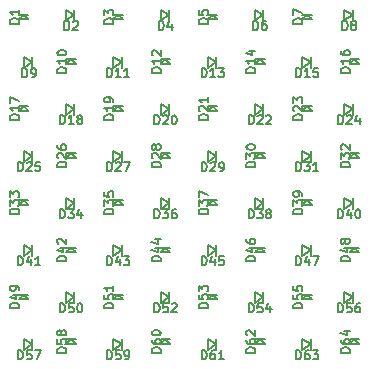
<source format=gto>
G04 (created by PCBNEW (2013-jul-07)-stable) date Mon 22 Dec 2014 11:35:30 AM PST*
%MOIN*%
G04 Gerber Fmt 3.4, Leading zero omitted, Abs format*
%FSLAX34Y34*%
G01*
G70*
G90*
G04 APERTURE LIST*
%ADD10C,0.00590551*%
%ADD11C,0.008*%
%ADD12C,0.005*%
G04 APERTURE END LIST*
G54D10*
G54D11*
X31810Y-31610D02*
X31968Y-31610D01*
X31810Y-31610D02*
X31653Y-31610D01*
X31810Y-31767D02*
X31653Y-31767D01*
X31653Y-31767D02*
X31810Y-31610D01*
X31810Y-31610D02*
X31968Y-31767D01*
X31968Y-31767D02*
X31810Y-31767D01*
X28660Y-31610D02*
X28818Y-31610D01*
X28660Y-31610D02*
X28503Y-31610D01*
X28660Y-31767D02*
X28503Y-31767D01*
X28503Y-31767D02*
X28660Y-31610D01*
X28660Y-31610D02*
X28818Y-31767D01*
X28818Y-31767D02*
X28660Y-31767D01*
X25512Y-31610D02*
X25669Y-31610D01*
X25512Y-31610D02*
X25354Y-31610D01*
X25512Y-31767D02*
X25354Y-31767D01*
X25354Y-31767D02*
X25512Y-31610D01*
X25512Y-31610D02*
X25669Y-31767D01*
X25669Y-31767D02*
X25512Y-31767D01*
X22362Y-31610D02*
X22519Y-31610D01*
X22362Y-31610D02*
X22204Y-31610D01*
X22362Y-31767D02*
X22204Y-31767D01*
X22204Y-31767D02*
X22362Y-31610D01*
X22362Y-31610D02*
X22519Y-31767D01*
X22519Y-31767D02*
X22362Y-31767D01*
X30235Y-30120D02*
X30393Y-30120D01*
X30235Y-30120D02*
X30078Y-30120D01*
X30235Y-30277D02*
X30078Y-30277D01*
X30078Y-30277D02*
X30235Y-30120D01*
X30235Y-30120D02*
X30393Y-30277D01*
X30393Y-30277D02*
X30235Y-30277D01*
X27087Y-30120D02*
X27244Y-30120D01*
X27087Y-30120D02*
X26929Y-30120D01*
X27087Y-30277D02*
X26929Y-30277D01*
X26929Y-30277D02*
X27087Y-30120D01*
X27087Y-30120D02*
X27244Y-30277D01*
X27244Y-30277D02*
X27087Y-30277D01*
X23937Y-30120D02*
X24094Y-30120D01*
X23937Y-30120D02*
X23779Y-30120D01*
X23937Y-30277D02*
X23779Y-30277D01*
X23779Y-30277D02*
X23937Y-30120D01*
X23937Y-30120D02*
X24094Y-30277D01*
X24094Y-30277D02*
X23937Y-30277D01*
X20787Y-30120D02*
X20944Y-30120D01*
X20787Y-30120D02*
X20629Y-30120D01*
X20787Y-30277D02*
X20629Y-30277D01*
X20629Y-30277D02*
X20787Y-30120D01*
X20787Y-30120D02*
X20944Y-30277D01*
X20944Y-30277D02*
X20787Y-30277D01*
X31810Y-28552D02*
X31968Y-28552D01*
X31810Y-28552D02*
X31653Y-28552D01*
X31810Y-28709D02*
X31653Y-28709D01*
X31653Y-28709D02*
X31810Y-28552D01*
X31810Y-28552D02*
X31968Y-28709D01*
X31968Y-28709D02*
X31810Y-28709D01*
X28660Y-28552D02*
X28818Y-28552D01*
X28660Y-28552D02*
X28503Y-28552D01*
X28660Y-28709D02*
X28503Y-28709D01*
X28503Y-28709D02*
X28660Y-28552D01*
X28660Y-28552D02*
X28818Y-28709D01*
X28818Y-28709D02*
X28660Y-28709D01*
X25512Y-28552D02*
X25669Y-28552D01*
X25512Y-28552D02*
X25354Y-28552D01*
X25512Y-28709D02*
X25354Y-28709D01*
X25354Y-28709D02*
X25512Y-28552D01*
X25512Y-28552D02*
X25669Y-28709D01*
X25669Y-28709D02*
X25512Y-28709D01*
X22362Y-28552D02*
X22519Y-28552D01*
X22362Y-28552D02*
X22204Y-28552D01*
X22362Y-28709D02*
X22204Y-28709D01*
X22204Y-28709D02*
X22362Y-28552D01*
X22362Y-28552D02*
X22519Y-28709D01*
X22519Y-28709D02*
X22362Y-28709D01*
X30235Y-26983D02*
X30393Y-26983D01*
X30235Y-26983D02*
X30078Y-26983D01*
X30235Y-27140D02*
X30078Y-27140D01*
X30078Y-27140D02*
X30235Y-26983D01*
X30235Y-26983D02*
X30393Y-27140D01*
X30393Y-27140D02*
X30235Y-27140D01*
X27087Y-26983D02*
X27244Y-26983D01*
X27087Y-26983D02*
X26929Y-26983D01*
X27087Y-27140D02*
X26929Y-27140D01*
X26929Y-27140D02*
X27087Y-26983D01*
X27087Y-26983D02*
X27244Y-27140D01*
X27244Y-27140D02*
X27087Y-27140D01*
X23937Y-26983D02*
X24094Y-26983D01*
X23937Y-26983D02*
X23779Y-26983D01*
X23937Y-27140D02*
X23779Y-27140D01*
X23779Y-27140D02*
X23937Y-26983D01*
X23937Y-26983D02*
X24094Y-27140D01*
X24094Y-27140D02*
X23937Y-27140D01*
X20787Y-26983D02*
X20944Y-26983D01*
X20787Y-26983D02*
X20629Y-26983D01*
X20787Y-27140D02*
X20629Y-27140D01*
X20629Y-27140D02*
X20787Y-26983D01*
X20787Y-26983D02*
X20944Y-27140D01*
X20944Y-27140D02*
X20787Y-27140D01*
X31810Y-25414D02*
X31968Y-25414D01*
X31810Y-25414D02*
X31653Y-25414D01*
X31810Y-25571D02*
X31653Y-25571D01*
X31653Y-25571D02*
X31810Y-25414D01*
X31810Y-25414D02*
X31968Y-25571D01*
X31968Y-25571D02*
X31810Y-25571D01*
X28660Y-25414D02*
X28818Y-25414D01*
X28660Y-25414D02*
X28503Y-25414D01*
X28660Y-25571D02*
X28503Y-25571D01*
X28503Y-25571D02*
X28660Y-25414D01*
X28660Y-25414D02*
X28818Y-25571D01*
X28818Y-25571D02*
X28660Y-25571D01*
X25512Y-25414D02*
X25669Y-25414D01*
X25512Y-25414D02*
X25354Y-25414D01*
X25512Y-25571D02*
X25354Y-25571D01*
X25354Y-25571D02*
X25512Y-25414D01*
X25512Y-25414D02*
X25669Y-25571D01*
X25669Y-25571D02*
X25512Y-25571D01*
X22362Y-25414D02*
X22519Y-25414D01*
X22362Y-25414D02*
X22204Y-25414D01*
X22362Y-25571D02*
X22204Y-25571D01*
X22204Y-25571D02*
X22362Y-25414D01*
X22362Y-25414D02*
X22519Y-25571D01*
X22519Y-25571D02*
X22362Y-25571D01*
X30235Y-23846D02*
X30393Y-23846D01*
X30235Y-23846D02*
X30078Y-23846D01*
X30235Y-24003D02*
X30078Y-24003D01*
X30078Y-24003D02*
X30235Y-23846D01*
X30235Y-23846D02*
X30393Y-24003D01*
X30393Y-24003D02*
X30235Y-24003D01*
X27087Y-23846D02*
X27244Y-23846D01*
X27087Y-23846D02*
X26929Y-23846D01*
X27087Y-24003D02*
X26929Y-24003D01*
X26929Y-24003D02*
X27087Y-23846D01*
X27087Y-23846D02*
X27244Y-24003D01*
X27244Y-24003D02*
X27087Y-24003D01*
X23937Y-23846D02*
X24094Y-23846D01*
X23937Y-23846D02*
X23779Y-23846D01*
X23937Y-24003D02*
X23779Y-24003D01*
X23779Y-24003D02*
X23937Y-23846D01*
X23937Y-23846D02*
X24094Y-24003D01*
X24094Y-24003D02*
X23937Y-24003D01*
X20787Y-23846D02*
X20944Y-23846D01*
X20787Y-23846D02*
X20629Y-23846D01*
X20787Y-24003D02*
X20629Y-24003D01*
X20629Y-24003D02*
X20787Y-23846D01*
X20787Y-23846D02*
X20944Y-24003D01*
X20944Y-24003D02*
X20787Y-24003D01*
X31810Y-22277D02*
X31968Y-22277D01*
X31810Y-22277D02*
X31653Y-22277D01*
X31810Y-22434D02*
X31653Y-22434D01*
X31653Y-22434D02*
X31810Y-22277D01*
X31810Y-22277D02*
X31968Y-22434D01*
X31968Y-22434D02*
X31810Y-22434D01*
X28660Y-22277D02*
X28818Y-22277D01*
X28660Y-22277D02*
X28503Y-22277D01*
X28660Y-22434D02*
X28503Y-22434D01*
X28503Y-22434D02*
X28660Y-22277D01*
X28660Y-22277D02*
X28818Y-22434D01*
X28818Y-22434D02*
X28660Y-22434D01*
X25512Y-22277D02*
X25669Y-22277D01*
X25512Y-22277D02*
X25354Y-22277D01*
X25512Y-22434D02*
X25354Y-22434D01*
X25354Y-22434D02*
X25512Y-22277D01*
X25512Y-22277D02*
X25669Y-22434D01*
X25669Y-22434D02*
X25512Y-22434D01*
X22362Y-22277D02*
X22519Y-22277D01*
X22362Y-22277D02*
X22204Y-22277D01*
X22362Y-22434D02*
X22204Y-22434D01*
X22204Y-22434D02*
X22362Y-22277D01*
X22362Y-22277D02*
X22519Y-22434D01*
X22519Y-22434D02*
X22362Y-22434D01*
X30235Y-20787D02*
X30393Y-20787D01*
X30235Y-20787D02*
X30078Y-20787D01*
X30235Y-20944D02*
X30078Y-20944D01*
X30078Y-20944D02*
X30235Y-20787D01*
X30235Y-20787D02*
X30393Y-20944D01*
X30393Y-20944D02*
X30235Y-20944D01*
X27087Y-20787D02*
X27244Y-20787D01*
X27087Y-20787D02*
X26929Y-20787D01*
X27087Y-20944D02*
X26929Y-20944D01*
X26929Y-20944D02*
X27087Y-20787D01*
X27087Y-20787D02*
X27244Y-20944D01*
X27244Y-20944D02*
X27087Y-20944D01*
X23937Y-20787D02*
X24094Y-20787D01*
X23937Y-20787D02*
X23779Y-20787D01*
X23937Y-20944D02*
X23779Y-20944D01*
X23779Y-20944D02*
X23937Y-20787D01*
X23937Y-20787D02*
X24094Y-20944D01*
X24094Y-20944D02*
X23937Y-20944D01*
X20787Y-20787D02*
X20944Y-20787D01*
X20787Y-20787D02*
X20629Y-20787D01*
X20787Y-20944D02*
X20629Y-20944D01*
X20629Y-20944D02*
X20787Y-20787D01*
X20787Y-20787D02*
X20944Y-20944D01*
X20944Y-20944D02*
X20787Y-20944D01*
X22204Y-20629D02*
X22480Y-20787D01*
X22480Y-20787D02*
X22204Y-20983D01*
X22204Y-20787D02*
X22204Y-20983D01*
X22204Y-20787D02*
X22204Y-20629D01*
X22480Y-20629D02*
X22480Y-20983D01*
X25354Y-20629D02*
X25630Y-20787D01*
X25630Y-20787D02*
X25354Y-20983D01*
X25354Y-20787D02*
X25354Y-20983D01*
X25354Y-20787D02*
X25354Y-20629D01*
X25630Y-20629D02*
X25630Y-20983D01*
X28503Y-20629D02*
X28779Y-20787D01*
X28779Y-20787D02*
X28503Y-20983D01*
X28503Y-20787D02*
X28503Y-20983D01*
X28503Y-20787D02*
X28503Y-20629D01*
X28779Y-20629D02*
X28779Y-20983D01*
X31475Y-20629D02*
X31751Y-20787D01*
X31751Y-20787D02*
X31475Y-20983D01*
X31475Y-20787D02*
X31475Y-20983D01*
X31475Y-20787D02*
X31475Y-20629D01*
X31751Y-20629D02*
X31751Y-20983D01*
X20807Y-22198D02*
X21082Y-22355D01*
X21082Y-22355D02*
X20807Y-22552D01*
X20807Y-22355D02*
X20807Y-22552D01*
X20807Y-22355D02*
X20807Y-22198D01*
X21082Y-22198D02*
X21082Y-22552D01*
X23779Y-22198D02*
X24055Y-22355D01*
X24055Y-22355D02*
X23779Y-22552D01*
X23779Y-22355D02*
X23779Y-22552D01*
X23779Y-22355D02*
X23779Y-22198D01*
X24055Y-22198D02*
X24055Y-22552D01*
X26929Y-22198D02*
X27205Y-22355D01*
X27205Y-22355D02*
X26929Y-22552D01*
X26929Y-22355D02*
X26929Y-22552D01*
X26929Y-22355D02*
X26929Y-22198D01*
X27205Y-22198D02*
X27205Y-22552D01*
X30078Y-22198D02*
X30354Y-22355D01*
X30354Y-22355D02*
X30078Y-22552D01*
X30078Y-22355D02*
X30078Y-22552D01*
X30078Y-22355D02*
X30078Y-22198D01*
X30354Y-22198D02*
X30354Y-22552D01*
X22204Y-23767D02*
X22480Y-23925D01*
X22480Y-23925D02*
X22204Y-24121D01*
X22204Y-23925D02*
X22204Y-24121D01*
X22204Y-23925D02*
X22204Y-23767D01*
X22480Y-23767D02*
X22480Y-24121D01*
X25354Y-23767D02*
X25630Y-23925D01*
X25630Y-23925D02*
X25354Y-24121D01*
X25354Y-23925D02*
X25354Y-24121D01*
X25354Y-23925D02*
X25354Y-23767D01*
X25630Y-23767D02*
X25630Y-24121D01*
X28503Y-23767D02*
X28779Y-23925D01*
X28779Y-23925D02*
X28503Y-24121D01*
X28503Y-23925D02*
X28503Y-24121D01*
X28503Y-23925D02*
X28503Y-23767D01*
X28779Y-23767D02*
X28779Y-24121D01*
X31475Y-23767D02*
X31751Y-23925D01*
X31751Y-23925D02*
X31475Y-24121D01*
X31475Y-23925D02*
X31475Y-24121D01*
X31475Y-23925D02*
X31475Y-23767D01*
X31751Y-23767D02*
X31751Y-24121D01*
X20807Y-25335D02*
X21082Y-25492D01*
X21082Y-25492D02*
X20807Y-25689D01*
X20807Y-25492D02*
X20807Y-25689D01*
X20807Y-25492D02*
X20807Y-25335D01*
X21082Y-25335D02*
X21082Y-25689D01*
X23779Y-25335D02*
X24055Y-25492D01*
X24055Y-25492D02*
X23779Y-25689D01*
X23779Y-25492D02*
X23779Y-25689D01*
X23779Y-25492D02*
X23779Y-25335D01*
X24055Y-25335D02*
X24055Y-25689D01*
X26929Y-25335D02*
X27205Y-25492D01*
X27205Y-25492D02*
X26929Y-25689D01*
X26929Y-25492D02*
X26929Y-25689D01*
X26929Y-25492D02*
X26929Y-25335D01*
X27205Y-25335D02*
X27205Y-25689D01*
X30078Y-25335D02*
X30354Y-25492D01*
X30354Y-25492D02*
X30078Y-25689D01*
X30078Y-25492D02*
X30078Y-25689D01*
X30078Y-25492D02*
X30078Y-25335D01*
X30354Y-25335D02*
X30354Y-25689D01*
X22204Y-26904D02*
X22480Y-27062D01*
X22480Y-27062D02*
X22204Y-27258D01*
X22204Y-27062D02*
X22204Y-27258D01*
X22204Y-27062D02*
X22204Y-26904D01*
X22480Y-26904D02*
X22480Y-27258D01*
X25354Y-26904D02*
X25630Y-27062D01*
X25630Y-27062D02*
X25354Y-27258D01*
X25354Y-27062D02*
X25354Y-27258D01*
X25354Y-27062D02*
X25354Y-26904D01*
X25630Y-26904D02*
X25630Y-27258D01*
X28503Y-26904D02*
X28779Y-27062D01*
X28779Y-27062D02*
X28503Y-27258D01*
X28503Y-27062D02*
X28503Y-27258D01*
X28503Y-27062D02*
X28503Y-26904D01*
X28779Y-26904D02*
X28779Y-27258D01*
X31475Y-26904D02*
X31751Y-27062D01*
X31751Y-27062D02*
X31475Y-27258D01*
X31475Y-27062D02*
X31475Y-27258D01*
X31475Y-27062D02*
X31475Y-26904D01*
X31751Y-26904D02*
X31751Y-27258D01*
X20807Y-28473D02*
X21082Y-28630D01*
X21082Y-28630D02*
X20807Y-28827D01*
X20807Y-28630D02*
X20807Y-28827D01*
X20807Y-28630D02*
X20807Y-28473D01*
X21082Y-28473D02*
X21082Y-28827D01*
X23779Y-28473D02*
X24055Y-28630D01*
X24055Y-28630D02*
X23779Y-28827D01*
X23779Y-28630D02*
X23779Y-28827D01*
X23779Y-28630D02*
X23779Y-28473D01*
X24055Y-28473D02*
X24055Y-28827D01*
X26929Y-28473D02*
X27205Y-28630D01*
X27205Y-28630D02*
X26929Y-28827D01*
X26929Y-28630D02*
X26929Y-28827D01*
X26929Y-28630D02*
X26929Y-28473D01*
X27205Y-28473D02*
X27205Y-28827D01*
X30078Y-28473D02*
X30354Y-28630D01*
X30354Y-28630D02*
X30078Y-28827D01*
X30078Y-28630D02*
X30078Y-28827D01*
X30078Y-28630D02*
X30078Y-28473D01*
X30354Y-28473D02*
X30354Y-28827D01*
X22204Y-30041D02*
X22480Y-30199D01*
X22480Y-30199D02*
X22204Y-30395D01*
X22204Y-30199D02*
X22204Y-30395D01*
X22204Y-30199D02*
X22204Y-30041D01*
X22480Y-30041D02*
X22480Y-30395D01*
X25354Y-30041D02*
X25630Y-30199D01*
X25630Y-30199D02*
X25354Y-30395D01*
X25354Y-30199D02*
X25354Y-30395D01*
X25354Y-30199D02*
X25354Y-30041D01*
X25630Y-30041D02*
X25630Y-30395D01*
X28503Y-30041D02*
X28779Y-30199D01*
X28779Y-30199D02*
X28503Y-30395D01*
X28503Y-30199D02*
X28503Y-30395D01*
X28503Y-30199D02*
X28503Y-30041D01*
X28779Y-30041D02*
X28779Y-30395D01*
X31475Y-30041D02*
X31751Y-30199D01*
X31751Y-30199D02*
X31475Y-30395D01*
X31475Y-30199D02*
X31475Y-30395D01*
X31475Y-30199D02*
X31475Y-30041D01*
X31751Y-30041D02*
X31751Y-30395D01*
X20807Y-31610D02*
X21082Y-31767D01*
X21082Y-31767D02*
X20807Y-31964D01*
X20807Y-31767D02*
X20807Y-31964D01*
X20807Y-31767D02*
X20807Y-31610D01*
X21082Y-31610D02*
X21082Y-31964D01*
X23779Y-31610D02*
X24055Y-31767D01*
X24055Y-31767D02*
X23779Y-31964D01*
X23779Y-31767D02*
X23779Y-31964D01*
X23779Y-31767D02*
X23779Y-31610D01*
X24055Y-31610D02*
X24055Y-31964D01*
X26929Y-31610D02*
X27205Y-31767D01*
X27205Y-31767D02*
X26929Y-31964D01*
X26929Y-31767D02*
X26929Y-31964D01*
X26929Y-31767D02*
X26929Y-31610D01*
X27205Y-31610D02*
X27205Y-31964D01*
X30078Y-31610D02*
X30354Y-31767D01*
X30354Y-31767D02*
X30078Y-31964D01*
X30078Y-31767D02*
X30078Y-31964D01*
X30078Y-31767D02*
X30078Y-31610D01*
X30354Y-31610D02*
X30354Y-31964D01*
G54D12*
X31656Y-32053D02*
X31356Y-32053D01*
X31356Y-31982D01*
X31371Y-31939D01*
X31399Y-31910D01*
X31428Y-31896D01*
X31485Y-31882D01*
X31528Y-31882D01*
X31585Y-31896D01*
X31613Y-31910D01*
X31642Y-31939D01*
X31656Y-31982D01*
X31656Y-32053D01*
X31356Y-31624D02*
X31356Y-31682D01*
X31371Y-31710D01*
X31385Y-31724D01*
X31428Y-31753D01*
X31485Y-31767D01*
X31599Y-31767D01*
X31628Y-31753D01*
X31642Y-31739D01*
X31656Y-31710D01*
X31656Y-31653D01*
X31642Y-31624D01*
X31628Y-31610D01*
X31599Y-31596D01*
X31528Y-31596D01*
X31499Y-31610D01*
X31485Y-31624D01*
X31471Y-31653D01*
X31471Y-31710D01*
X31485Y-31739D01*
X31499Y-31753D01*
X31528Y-31767D01*
X31456Y-31339D02*
X31656Y-31339D01*
X31342Y-31410D02*
X31556Y-31482D01*
X31556Y-31296D01*
X28506Y-32053D02*
X28206Y-32053D01*
X28206Y-31982D01*
X28221Y-31939D01*
X28249Y-31910D01*
X28278Y-31896D01*
X28335Y-31882D01*
X28378Y-31882D01*
X28435Y-31896D01*
X28463Y-31910D01*
X28492Y-31939D01*
X28506Y-31982D01*
X28506Y-32053D01*
X28206Y-31624D02*
X28206Y-31682D01*
X28221Y-31710D01*
X28235Y-31724D01*
X28278Y-31753D01*
X28335Y-31767D01*
X28449Y-31767D01*
X28478Y-31753D01*
X28492Y-31739D01*
X28506Y-31710D01*
X28506Y-31653D01*
X28492Y-31624D01*
X28478Y-31610D01*
X28449Y-31596D01*
X28378Y-31596D01*
X28349Y-31610D01*
X28335Y-31624D01*
X28321Y-31653D01*
X28321Y-31710D01*
X28335Y-31739D01*
X28349Y-31753D01*
X28378Y-31767D01*
X28235Y-31482D02*
X28221Y-31467D01*
X28206Y-31439D01*
X28206Y-31367D01*
X28221Y-31339D01*
X28235Y-31324D01*
X28263Y-31310D01*
X28292Y-31310D01*
X28335Y-31324D01*
X28506Y-31496D01*
X28506Y-31310D01*
X25357Y-32053D02*
X25057Y-32053D01*
X25057Y-31982D01*
X25072Y-31939D01*
X25100Y-31910D01*
X25129Y-31896D01*
X25186Y-31882D01*
X25229Y-31882D01*
X25286Y-31896D01*
X25314Y-31910D01*
X25343Y-31939D01*
X25357Y-31982D01*
X25357Y-32053D01*
X25057Y-31624D02*
X25057Y-31682D01*
X25072Y-31710D01*
X25086Y-31724D01*
X25129Y-31753D01*
X25186Y-31767D01*
X25300Y-31767D01*
X25329Y-31753D01*
X25343Y-31739D01*
X25357Y-31710D01*
X25357Y-31653D01*
X25343Y-31624D01*
X25329Y-31610D01*
X25300Y-31596D01*
X25229Y-31596D01*
X25200Y-31610D01*
X25186Y-31624D01*
X25172Y-31653D01*
X25172Y-31710D01*
X25186Y-31739D01*
X25200Y-31753D01*
X25229Y-31767D01*
X25057Y-31410D02*
X25057Y-31382D01*
X25072Y-31353D01*
X25086Y-31339D01*
X25114Y-31324D01*
X25172Y-31310D01*
X25243Y-31310D01*
X25300Y-31324D01*
X25329Y-31339D01*
X25343Y-31353D01*
X25357Y-31382D01*
X25357Y-31410D01*
X25343Y-31439D01*
X25329Y-31453D01*
X25300Y-31467D01*
X25243Y-31482D01*
X25172Y-31482D01*
X25114Y-31467D01*
X25086Y-31453D01*
X25072Y-31439D01*
X25057Y-31410D01*
X22207Y-32053D02*
X21907Y-32053D01*
X21907Y-31982D01*
X21922Y-31939D01*
X21950Y-31910D01*
X21979Y-31896D01*
X22036Y-31882D01*
X22079Y-31882D01*
X22136Y-31896D01*
X22164Y-31910D01*
X22193Y-31939D01*
X22207Y-31982D01*
X22207Y-32053D01*
X21907Y-31610D02*
X21907Y-31753D01*
X22050Y-31767D01*
X22036Y-31753D01*
X22022Y-31724D01*
X22022Y-31653D01*
X22036Y-31624D01*
X22050Y-31610D01*
X22079Y-31596D01*
X22150Y-31596D01*
X22179Y-31610D01*
X22193Y-31624D01*
X22207Y-31653D01*
X22207Y-31724D01*
X22193Y-31753D01*
X22179Y-31767D01*
X22036Y-31424D02*
X22022Y-31453D01*
X22007Y-31467D01*
X21979Y-31482D01*
X21964Y-31482D01*
X21936Y-31467D01*
X21922Y-31453D01*
X21907Y-31424D01*
X21907Y-31367D01*
X21922Y-31339D01*
X21936Y-31324D01*
X21964Y-31310D01*
X21979Y-31310D01*
X22007Y-31324D01*
X22022Y-31339D01*
X22036Y-31367D01*
X22036Y-31424D01*
X22050Y-31453D01*
X22064Y-31467D01*
X22093Y-31482D01*
X22150Y-31482D01*
X22179Y-31467D01*
X22193Y-31453D01*
X22207Y-31424D01*
X22207Y-31367D01*
X22193Y-31339D01*
X22179Y-31324D01*
X22150Y-31310D01*
X22093Y-31310D01*
X22064Y-31324D01*
X22050Y-31339D01*
X22036Y-31367D01*
X30081Y-30563D02*
X29781Y-30563D01*
X29781Y-30491D01*
X29796Y-30449D01*
X29824Y-30420D01*
X29853Y-30406D01*
X29910Y-30391D01*
X29953Y-30391D01*
X30010Y-30406D01*
X30038Y-30420D01*
X30067Y-30449D01*
X30081Y-30491D01*
X30081Y-30563D01*
X29781Y-30120D02*
X29781Y-30263D01*
X29924Y-30277D01*
X29910Y-30263D01*
X29896Y-30234D01*
X29896Y-30163D01*
X29910Y-30134D01*
X29924Y-30120D01*
X29953Y-30106D01*
X30024Y-30106D01*
X30053Y-30120D01*
X30067Y-30134D01*
X30081Y-30163D01*
X30081Y-30234D01*
X30067Y-30263D01*
X30053Y-30277D01*
X29781Y-29834D02*
X29781Y-29977D01*
X29924Y-29991D01*
X29910Y-29977D01*
X29896Y-29949D01*
X29896Y-29877D01*
X29910Y-29849D01*
X29924Y-29834D01*
X29953Y-29820D01*
X30024Y-29820D01*
X30053Y-29834D01*
X30067Y-29849D01*
X30081Y-29877D01*
X30081Y-29949D01*
X30067Y-29977D01*
X30053Y-29991D01*
X26932Y-30563D02*
X26632Y-30563D01*
X26632Y-30491D01*
X26647Y-30449D01*
X26675Y-30420D01*
X26704Y-30406D01*
X26761Y-30391D01*
X26804Y-30391D01*
X26861Y-30406D01*
X26889Y-30420D01*
X26918Y-30449D01*
X26932Y-30491D01*
X26932Y-30563D01*
X26632Y-30120D02*
X26632Y-30263D01*
X26775Y-30277D01*
X26761Y-30263D01*
X26747Y-30234D01*
X26747Y-30163D01*
X26761Y-30134D01*
X26775Y-30120D01*
X26804Y-30106D01*
X26875Y-30106D01*
X26904Y-30120D01*
X26918Y-30134D01*
X26932Y-30163D01*
X26932Y-30234D01*
X26918Y-30263D01*
X26904Y-30277D01*
X26632Y-30006D02*
X26632Y-29820D01*
X26747Y-29920D01*
X26747Y-29877D01*
X26761Y-29849D01*
X26775Y-29834D01*
X26804Y-29820D01*
X26875Y-29820D01*
X26904Y-29834D01*
X26918Y-29849D01*
X26932Y-29877D01*
X26932Y-29963D01*
X26918Y-29991D01*
X26904Y-30006D01*
X23782Y-30563D02*
X23482Y-30563D01*
X23482Y-30491D01*
X23497Y-30449D01*
X23525Y-30420D01*
X23554Y-30406D01*
X23611Y-30391D01*
X23654Y-30391D01*
X23711Y-30406D01*
X23739Y-30420D01*
X23768Y-30449D01*
X23782Y-30491D01*
X23782Y-30563D01*
X23482Y-30120D02*
X23482Y-30263D01*
X23625Y-30277D01*
X23611Y-30263D01*
X23597Y-30234D01*
X23597Y-30163D01*
X23611Y-30134D01*
X23625Y-30120D01*
X23654Y-30106D01*
X23725Y-30106D01*
X23754Y-30120D01*
X23768Y-30134D01*
X23782Y-30163D01*
X23782Y-30234D01*
X23768Y-30263D01*
X23754Y-30277D01*
X23782Y-29820D02*
X23782Y-29991D01*
X23782Y-29906D02*
X23482Y-29906D01*
X23525Y-29934D01*
X23554Y-29963D01*
X23568Y-29991D01*
X20632Y-30563D02*
X20332Y-30563D01*
X20332Y-30491D01*
X20347Y-30449D01*
X20375Y-30420D01*
X20404Y-30406D01*
X20461Y-30391D01*
X20504Y-30391D01*
X20561Y-30406D01*
X20589Y-30420D01*
X20618Y-30449D01*
X20632Y-30491D01*
X20632Y-30563D01*
X20432Y-30134D02*
X20632Y-30134D01*
X20318Y-30206D02*
X20532Y-30277D01*
X20532Y-30091D01*
X20632Y-29963D02*
X20632Y-29906D01*
X20618Y-29877D01*
X20604Y-29863D01*
X20561Y-29834D01*
X20504Y-29820D01*
X20389Y-29820D01*
X20361Y-29834D01*
X20347Y-29849D01*
X20332Y-29877D01*
X20332Y-29934D01*
X20347Y-29963D01*
X20361Y-29977D01*
X20389Y-29991D01*
X20461Y-29991D01*
X20489Y-29977D01*
X20504Y-29963D01*
X20518Y-29934D01*
X20518Y-29877D01*
X20504Y-29849D01*
X20489Y-29834D01*
X20461Y-29820D01*
X31656Y-28995D02*
X31356Y-28995D01*
X31356Y-28923D01*
X31371Y-28880D01*
X31399Y-28852D01*
X31428Y-28838D01*
X31485Y-28823D01*
X31528Y-28823D01*
X31585Y-28838D01*
X31613Y-28852D01*
X31642Y-28880D01*
X31656Y-28923D01*
X31656Y-28995D01*
X31456Y-28566D02*
X31656Y-28566D01*
X31342Y-28638D02*
X31556Y-28709D01*
X31556Y-28523D01*
X31485Y-28366D02*
X31471Y-28395D01*
X31456Y-28409D01*
X31428Y-28423D01*
X31413Y-28423D01*
X31385Y-28409D01*
X31371Y-28395D01*
X31356Y-28366D01*
X31356Y-28309D01*
X31371Y-28280D01*
X31385Y-28266D01*
X31413Y-28252D01*
X31428Y-28252D01*
X31456Y-28266D01*
X31471Y-28280D01*
X31485Y-28309D01*
X31485Y-28366D01*
X31499Y-28395D01*
X31513Y-28409D01*
X31542Y-28423D01*
X31599Y-28423D01*
X31628Y-28409D01*
X31642Y-28395D01*
X31656Y-28366D01*
X31656Y-28309D01*
X31642Y-28280D01*
X31628Y-28266D01*
X31599Y-28252D01*
X31542Y-28252D01*
X31513Y-28266D01*
X31499Y-28280D01*
X31485Y-28309D01*
X28506Y-28995D02*
X28206Y-28995D01*
X28206Y-28923D01*
X28221Y-28880D01*
X28249Y-28852D01*
X28278Y-28838D01*
X28335Y-28823D01*
X28378Y-28823D01*
X28435Y-28838D01*
X28463Y-28852D01*
X28492Y-28880D01*
X28506Y-28923D01*
X28506Y-28995D01*
X28306Y-28566D02*
X28506Y-28566D01*
X28192Y-28638D02*
X28406Y-28709D01*
X28406Y-28523D01*
X28206Y-28280D02*
X28206Y-28338D01*
X28221Y-28366D01*
X28235Y-28380D01*
X28278Y-28409D01*
X28335Y-28423D01*
X28449Y-28423D01*
X28478Y-28409D01*
X28492Y-28395D01*
X28506Y-28366D01*
X28506Y-28309D01*
X28492Y-28280D01*
X28478Y-28266D01*
X28449Y-28252D01*
X28378Y-28252D01*
X28349Y-28266D01*
X28335Y-28280D01*
X28321Y-28309D01*
X28321Y-28366D01*
X28335Y-28395D01*
X28349Y-28409D01*
X28378Y-28423D01*
X25357Y-28995D02*
X25057Y-28995D01*
X25057Y-28923D01*
X25072Y-28880D01*
X25100Y-28852D01*
X25129Y-28838D01*
X25186Y-28823D01*
X25229Y-28823D01*
X25286Y-28838D01*
X25314Y-28852D01*
X25343Y-28880D01*
X25357Y-28923D01*
X25357Y-28995D01*
X25157Y-28566D02*
X25357Y-28566D01*
X25043Y-28638D02*
X25257Y-28709D01*
X25257Y-28523D01*
X25157Y-28280D02*
X25357Y-28280D01*
X25043Y-28352D02*
X25257Y-28423D01*
X25257Y-28238D01*
X22207Y-28995D02*
X21907Y-28995D01*
X21907Y-28923D01*
X21922Y-28880D01*
X21950Y-28852D01*
X21979Y-28838D01*
X22036Y-28823D01*
X22079Y-28823D01*
X22136Y-28838D01*
X22164Y-28852D01*
X22193Y-28880D01*
X22207Y-28923D01*
X22207Y-28995D01*
X22007Y-28566D02*
X22207Y-28566D01*
X21893Y-28638D02*
X22107Y-28709D01*
X22107Y-28523D01*
X21936Y-28423D02*
X21922Y-28409D01*
X21907Y-28380D01*
X21907Y-28309D01*
X21922Y-28280D01*
X21936Y-28266D01*
X21964Y-28252D01*
X21993Y-28252D01*
X22036Y-28266D01*
X22207Y-28438D01*
X22207Y-28252D01*
X30081Y-27426D02*
X29781Y-27426D01*
X29781Y-27354D01*
X29796Y-27312D01*
X29824Y-27283D01*
X29853Y-27269D01*
X29910Y-27254D01*
X29953Y-27254D01*
X30010Y-27269D01*
X30038Y-27283D01*
X30067Y-27312D01*
X30081Y-27354D01*
X30081Y-27426D01*
X29781Y-27154D02*
X29781Y-26969D01*
X29896Y-27069D01*
X29896Y-27026D01*
X29910Y-26997D01*
X29924Y-26983D01*
X29953Y-26969D01*
X30024Y-26969D01*
X30053Y-26983D01*
X30067Y-26997D01*
X30081Y-27026D01*
X30081Y-27112D01*
X30067Y-27140D01*
X30053Y-27154D01*
X30081Y-26826D02*
X30081Y-26769D01*
X30067Y-26740D01*
X30053Y-26726D01*
X30010Y-26697D01*
X29953Y-26683D01*
X29838Y-26683D01*
X29810Y-26697D01*
X29796Y-26712D01*
X29781Y-26740D01*
X29781Y-26797D01*
X29796Y-26826D01*
X29810Y-26840D01*
X29838Y-26854D01*
X29910Y-26854D01*
X29938Y-26840D01*
X29953Y-26826D01*
X29967Y-26797D01*
X29967Y-26740D01*
X29953Y-26712D01*
X29938Y-26697D01*
X29910Y-26683D01*
X26932Y-27426D02*
X26632Y-27426D01*
X26632Y-27354D01*
X26647Y-27312D01*
X26675Y-27283D01*
X26704Y-27269D01*
X26761Y-27254D01*
X26804Y-27254D01*
X26861Y-27269D01*
X26889Y-27283D01*
X26918Y-27312D01*
X26932Y-27354D01*
X26932Y-27426D01*
X26632Y-27154D02*
X26632Y-26969D01*
X26747Y-27069D01*
X26747Y-27026D01*
X26761Y-26997D01*
X26775Y-26983D01*
X26804Y-26969D01*
X26875Y-26969D01*
X26904Y-26983D01*
X26918Y-26997D01*
X26932Y-27026D01*
X26932Y-27112D01*
X26918Y-27140D01*
X26904Y-27154D01*
X26632Y-26869D02*
X26632Y-26669D01*
X26932Y-26797D01*
X23782Y-27426D02*
X23482Y-27426D01*
X23482Y-27354D01*
X23497Y-27312D01*
X23525Y-27283D01*
X23554Y-27269D01*
X23611Y-27254D01*
X23654Y-27254D01*
X23711Y-27269D01*
X23739Y-27283D01*
X23768Y-27312D01*
X23782Y-27354D01*
X23782Y-27426D01*
X23482Y-27154D02*
X23482Y-26969D01*
X23597Y-27069D01*
X23597Y-27026D01*
X23611Y-26997D01*
X23625Y-26983D01*
X23654Y-26969D01*
X23725Y-26969D01*
X23754Y-26983D01*
X23768Y-26997D01*
X23782Y-27026D01*
X23782Y-27112D01*
X23768Y-27140D01*
X23754Y-27154D01*
X23482Y-26697D02*
X23482Y-26840D01*
X23625Y-26854D01*
X23611Y-26840D01*
X23597Y-26812D01*
X23597Y-26740D01*
X23611Y-26712D01*
X23625Y-26697D01*
X23654Y-26683D01*
X23725Y-26683D01*
X23754Y-26697D01*
X23768Y-26712D01*
X23782Y-26740D01*
X23782Y-26812D01*
X23768Y-26840D01*
X23754Y-26854D01*
X20632Y-27426D02*
X20332Y-27426D01*
X20332Y-27354D01*
X20347Y-27312D01*
X20375Y-27283D01*
X20404Y-27269D01*
X20461Y-27254D01*
X20504Y-27254D01*
X20561Y-27269D01*
X20589Y-27283D01*
X20618Y-27312D01*
X20632Y-27354D01*
X20632Y-27426D01*
X20332Y-27154D02*
X20332Y-26969D01*
X20447Y-27069D01*
X20447Y-27026D01*
X20461Y-26997D01*
X20475Y-26983D01*
X20504Y-26969D01*
X20575Y-26969D01*
X20604Y-26983D01*
X20618Y-26997D01*
X20632Y-27026D01*
X20632Y-27112D01*
X20618Y-27140D01*
X20604Y-27154D01*
X20332Y-26869D02*
X20332Y-26683D01*
X20447Y-26783D01*
X20447Y-26740D01*
X20461Y-26712D01*
X20475Y-26697D01*
X20504Y-26683D01*
X20575Y-26683D01*
X20604Y-26697D01*
X20618Y-26712D01*
X20632Y-26740D01*
X20632Y-26826D01*
X20618Y-26854D01*
X20604Y-26869D01*
X31656Y-25857D02*
X31356Y-25857D01*
X31356Y-25785D01*
X31371Y-25742D01*
X31399Y-25714D01*
X31428Y-25700D01*
X31485Y-25685D01*
X31528Y-25685D01*
X31585Y-25700D01*
X31613Y-25714D01*
X31642Y-25742D01*
X31656Y-25785D01*
X31656Y-25857D01*
X31356Y-25585D02*
X31356Y-25400D01*
X31471Y-25500D01*
X31471Y-25457D01*
X31485Y-25428D01*
X31499Y-25414D01*
X31528Y-25400D01*
X31599Y-25400D01*
X31628Y-25414D01*
X31642Y-25428D01*
X31656Y-25457D01*
X31656Y-25542D01*
X31642Y-25571D01*
X31628Y-25585D01*
X31385Y-25285D02*
X31371Y-25271D01*
X31356Y-25242D01*
X31356Y-25171D01*
X31371Y-25142D01*
X31385Y-25128D01*
X31413Y-25114D01*
X31442Y-25114D01*
X31485Y-25128D01*
X31656Y-25300D01*
X31656Y-25114D01*
X28506Y-25857D02*
X28206Y-25857D01*
X28206Y-25785D01*
X28221Y-25742D01*
X28249Y-25714D01*
X28278Y-25700D01*
X28335Y-25685D01*
X28378Y-25685D01*
X28435Y-25700D01*
X28463Y-25714D01*
X28492Y-25742D01*
X28506Y-25785D01*
X28506Y-25857D01*
X28206Y-25585D02*
X28206Y-25400D01*
X28321Y-25500D01*
X28321Y-25457D01*
X28335Y-25428D01*
X28349Y-25414D01*
X28378Y-25400D01*
X28449Y-25400D01*
X28478Y-25414D01*
X28492Y-25428D01*
X28506Y-25457D01*
X28506Y-25542D01*
X28492Y-25571D01*
X28478Y-25585D01*
X28206Y-25214D02*
X28206Y-25185D01*
X28221Y-25157D01*
X28235Y-25142D01*
X28263Y-25128D01*
X28321Y-25114D01*
X28392Y-25114D01*
X28449Y-25128D01*
X28478Y-25142D01*
X28492Y-25157D01*
X28506Y-25185D01*
X28506Y-25214D01*
X28492Y-25242D01*
X28478Y-25257D01*
X28449Y-25271D01*
X28392Y-25285D01*
X28321Y-25285D01*
X28263Y-25271D01*
X28235Y-25257D01*
X28221Y-25242D01*
X28206Y-25214D01*
X25357Y-25857D02*
X25057Y-25857D01*
X25057Y-25785D01*
X25072Y-25742D01*
X25100Y-25714D01*
X25129Y-25700D01*
X25186Y-25685D01*
X25229Y-25685D01*
X25286Y-25700D01*
X25314Y-25714D01*
X25343Y-25742D01*
X25357Y-25785D01*
X25357Y-25857D01*
X25086Y-25571D02*
X25072Y-25557D01*
X25057Y-25528D01*
X25057Y-25457D01*
X25072Y-25428D01*
X25086Y-25414D01*
X25114Y-25400D01*
X25143Y-25400D01*
X25186Y-25414D01*
X25357Y-25585D01*
X25357Y-25400D01*
X25186Y-25228D02*
X25172Y-25257D01*
X25157Y-25271D01*
X25129Y-25285D01*
X25114Y-25285D01*
X25086Y-25271D01*
X25072Y-25257D01*
X25057Y-25228D01*
X25057Y-25171D01*
X25072Y-25142D01*
X25086Y-25128D01*
X25114Y-25114D01*
X25129Y-25114D01*
X25157Y-25128D01*
X25172Y-25142D01*
X25186Y-25171D01*
X25186Y-25228D01*
X25200Y-25257D01*
X25214Y-25271D01*
X25243Y-25285D01*
X25300Y-25285D01*
X25329Y-25271D01*
X25343Y-25257D01*
X25357Y-25228D01*
X25357Y-25171D01*
X25343Y-25142D01*
X25329Y-25128D01*
X25300Y-25114D01*
X25243Y-25114D01*
X25214Y-25128D01*
X25200Y-25142D01*
X25186Y-25171D01*
X22207Y-25857D02*
X21907Y-25857D01*
X21907Y-25785D01*
X21922Y-25742D01*
X21950Y-25714D01*
X21979Y-25700D01*
X22036Y-25685D01*
X22079Y-25685D01*
X22136Y-25700D01*
X22164Y-25714D01*
X22193Y-25742D01*
X22207Y-25785D01*
X22207Y-25857D01*
X21936Y-25571D02*
X21922Y-25557D01*
X21907Y-25528D01*
X21907Y-25457D01*
X21922Y-25428D01*
X21936Y-25414D01*
X21964Y-25400D01*
X21993Y-25400D01*
X22036Y-25414D01*
X22207Y-25585D01*
X22207Y-25400D01*
X21907Y-25142D02*
X21907Y-25200D01*
X21922Y-25228D01*
X21936Y-25242D01*
X21979Y-25271D01*
X22036Y-25285D01*
X22150Y-25285D01*
X22179Y-25271D01*
X22193Y-25257D01*
X22207Y-25228D01*
X22207Y-25171D01*
X22193Y-25142D01*
X22179Y-25128D01*
X22150Y-25114D01*
X22079Y-25114D01*
X22050Y-25128D01*
X22036Y-25142D01*
X22022Y-25171D01*
X22022Y-25228D01*
X22036Y-25257D01*
X22050Y-25271D01*
X22079Y-25285D01*
X30081Y-24289D02*
X29781Y-24289D01*
X29781Y-24217D01*
X29796Y-24175D01*
X29824Y-24146D01*
X29853Y-24132D01*
X29910Y-24117D01*
X29953Y-24117D01*
X30010Y-24132D01*
X30038Y-24146D01*
X30067Y-24175D01*
X30081Y-24217D01*
X30081Y-24289D01*
X29810Y-24003D02*
X29796Y-23989D01*
X29781Y-23960D01*
X29781Y-23889D01*
X29796Y-23860D01*
X29810Y-23846D01*
X29838Y-23832D01*
X29867Y-23832D01*
X29910Y-23846D01*
X30081Y-24017D01*
X30081Y-23832D01*
X29781Y-23732D02*
X29781Y-23546D01*
X29896Y-23646D01*
X29896Y-23603D01*
X29910Y-23575D01*
X29924Y-23560D01*
X29953Y-23546D01*
X30024Y-23546D01*
X30053Y-23560D01*
X30067Y-23575D01*
X30081Y-23603D01*
X30081Y-23689D01*
X30067Y-23717D01*
X30053Y-23732D01*
X26932Y-24289D02*
X26632Y-24289D01*
X26632Y-24217D01*
X26647Y-24175D01*
X26675Y-24146D01*
X26704Y-24132D01*
X26761Y-24117D01*
X26804Y-24117D01*
X26861Y-24132D01*
X26889Y-24146D01*
X26918Y-24175D01*
X26932Y-24217D01*
X26932Y-24289D01*
X26661Y-24003D02*
X26647Y-23989D01*
X26632Y-23960D01*
X26632Y-23889D01*
X26647Y-23860D01*
X26661Y-23846D01*
X26689Y-23832D01*
X26718Y-23832D01*
X26761Y-23846D01*
X26932Y-24017D01*
X26932Y-23832D01*
X26932Y-23546D02*
X26932Y-23717D01*
X26932Y-23632D02*
X26632Y-23632D01*
X26675Y-23660D01*
X26704Y-23689D01*
X26718Y-23717D01*
X23782Y-24289D02*
X23482Y-24289D01*
X23482Y-24217D01*
X23497Y-24175D01*
X23525Y-24146D01*
X23554Y-24132D01*
X23611Y-24117D01*
X23654Y-24117D01*
X23711Y-24132D01*
X23739Y-24146D01*
X23768Y-24175D01*
X23782Y-24217D01*
X23782Y-24289D01*
X23782Y-23832D02*
X23782Y-24003D01*
X23782Y-23917D02*
X23482Y-23917D01*
X23525Y-23946D01*
X23554Y-23975D01*
X23568Y-24003D01*
X23782Y-23689D02*
X23782Y-23632D01*
X23768Y-23603D01*
X23754Y-23589D01*
X23711Y-23560D01*
X23654Y-23546D01*
X23539Y-23546D01*
X23511Y-23560D01*
X23497Y-23575D01*
X23482Y-23603D01*
X23482Y-23660D01*
X23497Y-23689D01*
X23511Y-23703D01*
X23539Y-23717D01*
X23611Y-23717D01*
X23639Y-23703D01*
X23654Y-23689D01*
X23668Y-23660D01*
X23668Y-23603D01*
X23654Y-23575D01*
X23639Y-23560D01*
X23611Y-23546D01*
X20632Y-24289D02*
X20332Y-24289D01*
X20332Y-24217D01*
X20347Y-24175D01*
X20375Y-24146D01*
X20404Y-24132D01*
X20461Y-24117D01*
X20504Y-24117D01*
X20561Y-24132D01*
X20589Y-24146D01*
X20618Y-24175D01*
X20632Y-24217D01*
X20632Y-24289D01*
X20632Y-23832D02*
X20632Y-24003D01*
X20632Y-23917D02*
X20332Y-23917D01*
X20375Y-23946D01*
X20404Y-23975D01*
X20418Y-24003D01*
X20332Y-23732D02*
X20332Y-23532D01*
X20632Y-23660D01*
X31656Y-22720D02*
X31356Y-22720D01*
X31356Y-22648D01*
X31371Y-22605D01*
X31399Y-22577D01*
X31428Y-22563D01*
X31485Y-22548D01*
X31528Y-22548D01*
X31585Y-22563D01*
X31613Y-22577D01*
X31642Y-22605D01*
X31656Y-22648D01*
X31656Y-22720D01*
X31656Y-22263D02*
X31656Y-22434D01*
X31656Y-22348D02*
X31356Y-22348D01*
X31399Y-22377D01*
X31428Y-22405D01*
X31442Y-22434D01*
X31356Y-22005D02*
X31356Y-22063D01*
X31371Y-22091D01*
X31385Y-22105D01*
X31428Y-22134D01*
X31485Y-22148D01*
X31599Y-22148D01*
X31628Y-22134D01*
X31642Y-22120D01*
X31656Y-22091D01*
X31656Y-22034D01*
X31642Y-22005D01*
X31628Y-21991D01*
X31599Y-21977D01*
X31528Y-21977D01*
X31499Y-21991D01*
X31485Y-22005D01*
X31471Y-22034D01*
X31471Y-22091D01*
X31485Y-22120D01*
X31499Y-22134D01*
X31528Y-22148D01*
X28506Y-22720D02*
X28206Y-22720D01*
X28206Y-22648D01*
X28221Y-22605D01*
X28249Y-22577D01*
X28278Y-22563D01*
X28335Y-22548D01*
X28378Y-22548D01*
X28435Y-22563D01*
X28463Y-22577D01*
X28492Y-22605D01*
X28506Y-22648D01*
X28506Y-22720D01*
X28506Y-22263D02*
X28506Y-22434D01*
X28506Y-22348D02*
X28206Y-22348D01*
X28249Y-22377D01*
X28278Y-22405D01*
X28292Y-22434D01*
X28306Y-22005D02*
X28506Y-22005D01*
X28192Y-22077D02*
X28406Y-22148D01*
X28406Y-21963D01*
X25357Y-22720D02*
X25057Y-22720D01*
X25057Y-22648D01*
X25072Y-22605D01*
X25100Y-22577D01*
X25129Y-22563D01*
X25186Y-22548D01*
X25229Y-22548D01*
X25286Y-22563D01*
X25314Y-22577D01*
X25343Y-22605D01*
X25357Y-22648D01*
X25357Y-22720D01*
X25357Y-22263D02*
X25357Y-22434D01*
X25357Y-22348D02*
X25057Y-22348D01*
X25100Y-22377D01*
X25129Y-22405D01*
X25143Y-22434D01*
X25086Y-22148D02*
X25072Y-22134D01*
X25057Y-22105D01*
X25057Y-22034D01*
X25072Y-22005D01*
X25086Y-21991D01*
X25114Y-21977D01*
X25143Y-21977D01*
X25186Y-21991D01*
X25357Y-22163D01*
X25357Y-21977D01*
X22207Y-22720D02*
X21907Y-22720D01*
X21907Y-22648D01*
X21922Y-22605D01*
X21950Y-22577D01*
X21979Y-22563D01*
X22036Y-22548D01*
X22079Y-22548D01*
X22136Y-22563D01*
X22164Y-22577D01*
X22193Y-22605D01*
X22207Y-22648D01*
X22207Y-22720D01*
X22207Y-22263D02*
X22207Y-22434D01*
X22207Y-22348D02*
X21907Y-22348D01*
X21950Y-22377D01*
X21979Y-22405D01*
X21993Y-22434D01*
X21907Y-22077D02*
X21907Y-22048D01*
X21922Y-22020D01*
X21936Y-22005D01*
X21964Y-21991D01*
X22022Y-21977D01*
X22093Y-21977D01*
X22150Y-21991D01*
X22179Y-22005D01*
X22193Y-22020D01*
X22207Y-22048D01*
X22207Y-22077D01*
X22193Y-22105D01*
X22179Y-22120D01*
X22150Y-22134D01*
X22093Y-22148D01*
X22022Y-22148D01*
X21964Y-22134D01*
X21936Y-22120D01*
X21922Y-22105D01*
X21907Y-22077D01*
X30081Y-21087D02*
X29781Y-21087D01*
X29781Y-21015D01*
X29796Y-20972D01*
X29824Y-20944D01*
X29853Y-20930D01*
X29910Y-20915D01*
X29953Y-20915D01*
X30010Y-20930D01*
X30038Y-20944D01*
X30067Y-20972D01*
X30081Y-21015D01*
X30081Y-21087D01*
X29781Y-20815D02*
X29781Y-20615D01*
X30081Y-20744D01*
X26932Y-21087D02*
X26632Y-21087D01*
X26632Y-21015D01*
X26647Y-20972D01*
X26675Y-20944D01*
X26704Y-20930D01*
X26761Y-20915D01*
X26804Y-20915D01*
X26861Y-20930D01*
X26889Y-20944D01*
X26918Y-20972D01*
X26932Y-21015D01*
X26932Y-21087D01*
X26632Y-20644D02*
X26632Y-20787D01*
X26775Y-20801D01*
X26761Y-20787D01*
X26747Y-20758D01*
X26747Y-20687D01*
X26761Y-20658D01*
X26775Y-20644D01*
X26804Y-20630D01*
X26875Y-20630D01*
X26904Y-20644D01*
X26918Y-20658D01*
X26932Y-20687D01*
X26932Y-20758D01*
X26918Y-20787D01*
X26904Y-20801D01*
X23782Y-21087D02*
X23482Y-21087D01*
X23482Y-21015D01*
X23497Y-20972D01*
X23525Y-20944D01*
X23554Y-20930D01*
X23611Y-20915D01*
X23654Y-20915D01*
X23711Y-20930D01*
X23739Y-20944D01*
X23768Y-20972D01*
X23782Y-21015D01*
X23782Y-21087D01*
X23482Y-20815D02*
X23482Y-20630D01*
X23597Y-20730D01*
X23597Y-20687D01*
X23611Y-20658D01*
X23625Y-20644D01*
X23654Y-20630D01*
X23725Y-20630D01*
X23754Y-20644D01*
X23768Y-20658D01*
X23782Y-20687D01*
X23782Y-20772D01*
X23768Y-20801D01*
X23754Y-20815D01*
X20632Y-21087D02*
X20332Y-21087D01*
X20332Y-21015D01*
X20347Y-20972D01*
X20375Y-20944D01*
X20404Y-20930D01*
X20461Y-20915D01*
X20504Y-20915D01*
X20561Y-20930D01*
X20589Y-20944D01*
X20618Y-20972D01*
X20632Y-21015D01*
X20632Y-21087D01*
X20632Y-20630D02*
X20632Y-20801D01*
X20632Y-20715D02*
X20332Y-20715D01*
X20375Y-20744D01*
X20404Y-20772D01*
X20418Y-20801D01*
X22140Y-21302D02*
X22140Y-21002D01*
X22212Y-21002D01*
X22254Y-21016D01*
X22283Y-21044D01*
X22297Y-21073D01*
X22312Y-21130D01*
X22312Y-21173D01*
X22297Y-21230D01*
X22283Y-21259D01*
X22254Y-21287D01*
X22212Y-21302D01*
X22140Y-21302D01*
X22426Y-21030D02*
X22440Y-21016D01*
X22469Y-21002D01*
X22540Y-21002D01*
X22569Y-21016D01*
X22583Y-21030D01*
X22597Y-21059D01*
X22597Y-21087D01*
X22583Y-21130D01*
X22412Y-21302D01*
X22597Y-21302D01*
X25290Y-21302D02*
X25290Y-21002D01*
X25362Y-21002D01*
X25404Y-21016D01*
X25433Y-21044D01*
X25447Y-21073D01*
X25462Y-21130D01*
X25462Y-21173D01*
X25447Y-21230D01*
X25433Y-21259D01*
X25404Y-21287D01*
X25362Y-21302D01*
X25290Y-21302D01*
X25719Y-21102D02*
X25719Y-21302D01*
X25647Y-20987D02*
X25576Y-21202D01*
X25762Y-21202D01*
X28439Y-21302D02*
X28439Y-21002D01*
X28510Y-21002D01*
X28553Y-21016D01*
X28582Y-21044D01*
X28596Y-21073D01*
X28610Y-21130D01*
X28610Y-21173D01*
X28596Y-21230D01*
X28582Y-21259D01*
X28553Y-21287D01*
X28510Y-21302D01*
X28439Y-21302D01*
X28868Y-21002D02*
X28810Y-21002D01*
X28782Y-21016D01*
X28768Y-21030D01*
X28739Y-21073D01*
X28725Y-21130D01*
X28725Y-21244D01*
X28739Y-21273D01*
X28753Y-21287D01*
X28782Y-21302D01*
X28839Y-21302D01*
X28868Y-21287D01*
X28882Y-21273D01*
X28896Y-21244D01*
X28896Y-21173D01*
X28882Y-21144D01*
X28868Y-21130D01*
X28839Y-21116D01*
X28782Y-21116D01*
X28753Y-21130D01*
X28739Y-21144D01*
X28725Y-21173D01*
X31411Y-21302D02*
X31411Y-21002D01*
X31483Y-21002D01*
X31526Y-21016D01*
X31554Y-21044D01*
X31569Y-21073D01*
X31583Y-21130D01*
X31583Y-21173D01*
X31569Y-21230D01*
X31554Y-21259D01*
X31526Y-21287D01*
X31483Y-21302D01*
X31411Y-21302D01*
X31754Y-21130D02*
X31726Y-21116D01*
X31711Y-21102D01*
X31697Y-21073D01*
X31697Y-21059D01*
X31711Y-21030D01*
X31726Y-21016D01*
X31754Y-21002D01*
X31811Y-21002D01*
X31840Y-21016D01*
X31854Y-21030D01*
X31869Y-21059D01*
X31869Y-21073D01*
X31854Y-21102D01*
X31840Y-21116D01*
X31811Y-21130D01*
X31754Y-21130D01*
X31726Y-21144D01*
X31711Y-21159D01*
X31697Y-21187D01*
X31697Y-21244D01*
X31711Y-21273D01*
X31726Y-21287D01*
X31754Y-21302D01*
X31811Y-21302D01*
X31840Y-21287D01*
X31854Y-21273D01*
X31869Y-21244D01*
X31869Y-21187D01*
X31854Y-21159D01*
X31840Y-21144D01*
X31811Y-21130D01*
X20743Y-22871D02*
X20743Y-22571D01*
X20814Y-22571D01*
X20857Y-22585D01*
X20885Y-22613D01*
X20900Y-22642D01*
X20914Y-22699D01*
X20914Y-22742D01*
X20900Y-22799D01*
X20885Y-22828D01*
X20857Y-22856D01*
X20814Y-22871D01*
X20743Y-22871D01*
X21057Y-22871D02*
X21114Y-22871D01*
X21143Y-22856D01*
X21157Y-22842D01*
X21185Y-22799D01*
X21200Y-22742D01*
X21200Y-22628D01*
X21185Y-22599D01*
X21171Y-22585D01*
X21143Y-22571D01*
X21085Y-22571D01*
X21057Y-22585D01*
X21043Y-22599D01*
X21028Y-22628D01*
X21028Y-22699D01*
X21043Y-22728D01*
X21057Y-22742D01*
X21085Y-22756D01*
X21143Y-22756D01*
X21171Y-22742D01*
X21185Y-22728D01*
X21200Y-22699D01*
X23572Y-22871D02*
X23572Y-22571D01*
X23644Y-22571D01*
X23687Y-22585D01*
X23715Y-22613D01*
X23729Y-22642D01*
X23744Y-22699D01*
X23744Y-22742D01*
X23729Y-22799D01*
X23715Y-22828D01*
X23687Y-22856D01*
X23644Y-22871D01*
X23572Y-22871D01*
X24029Y-22871D02*
X23858Y-22871D01*
X23944Y-22871D02*
X23944Y-22571D01*
X23915Y-22613D01*
X23887Y-22642D01*
X23858Y-22656D01*
X24315Y-22871D02*
X24144Y-22871D01*
X24229Y-22871D02*
X24229Y-22571D01*
X24201Y-22613D01*
X24172Y-22642D01*
X24144Y-22656D01*
X26722Y-22871D02*
X26722Y-22571D01*
X26794Y-22571D01*
X26837Y-22585D01*
X26865Y-22613D01*
X26879Y-22642D01*
X26894Y-22699D01*
X26894Y-22742D01*
X26879Y-22799D01*
X26865Y-22828D01*
X26837Y-22856D01*
X26794Y-22871D01*
X26722Y-22871D01*
X27179Y-22871D02*
X27008Y-22871D01*
X27094Y-22871D02*
X27094Y-22571D01*
X27065Y-22613D01*
X27037Y-22642D01*
X27008Y-22656D01*
X27279Y-22571D02*
X27465Y-22571D01*
X27365Y-22685D01*
X27408Y-22685D01*
X27437Y-22699D01*
X27451Y-22713D01*
X27465Y-22742D01*
X27465Y-22813D01*
X27451Y-22842D01*
X27437Y-22856D01*
X27408Y-22871D01*
X27322Y-22871D01*
X27294Y-22856D01*
X27279Y-22842D01*
X29871Y-22871D02*
X29871Y-22571D01*
X29943Y-22571D01*
X29985Y-22585D01*
X30014Y-22613D01*
X30028Y-22642D01*
X30043Y-22699D01*
X30043Y-22742D01*
X30028Y-22799D01*
X30014Y-22828D01*
X29985Y-22856D01*
X29943Y-22871D01*
X29871Y-22871D01*
X30328Y-22871D02*
X30157Y-22871D01*
X30243Y-22871D02*
X30243Y-22571D01*
X30214Y-22613D01*
X30185Y-22642D01*
X30157Y-22656D01*
X30600Y-22571D02*
X30457Y-22571D01*
X30443Y-22713D01*
X30457Y-22699D01*
X30485Y-22685D01*
X30557Y-22685D01*
X30585Y-22699D01*
X30600Y-22713D01*
X30614Y-22742D01*
X30614Y-22813D01*
X30600Y-22842D01*
X30585Y-22856D01*
X30557Y-22871D01*
X30485Y-22871D01*
X30457Y-22856D01*
X30443Y-22842D01*
X21997Y-24440D02*
X21997Y-24140D01*
X22069Y-24140D01*
X22112Y-24154D01*
X22140Y-24182D01*
X22154Y-24211D01*
X22169Y-24268D01*
X22169Y-24311D01*
X22154Y-24368D01*
X22140Y-24397D01*
X22112Y-24425D01*
X22069Y-24440D01*
X21997Y-24440D01*
X22454Y-24440D02*
X22283Y-24440D01*
X22369Y-24440D02*
X22369Y-24140D01*
X22340Y-24182D01*
X22312Y-24211D01*
X22283Y-24225D01*
X22626Y-24268D02*
X22597Y-24254D01*
X22583Y-24240D01*
X22569Y-24211D01*
X22569Y-24197D01*
X22583Y-24168D01*
X22597Y-24154D01*
X22626Y-24140D01*
X22683Y-24140D01*
X22712Y-24154D01*
X22726Y-24168D01*
X22740Y-24197D01*
X22740Y-24211D01*
X22726Y-24240D01*
X22712Y-24254D01*
X22683Y-24268D01*
X22626Y-24268D01*
X22597Y-24282D01*
X22583Y-24297D01*
X22569Y-24325D01*
X22569Y-24382D01*
X22583Y-24411D01*
X22597Y-24425D01*
X22626Y-24440D01*
X22683Y-24440D01*
X22712Y-24425D01*
X22726Y-24411D01*
X22740Y-24382D01*
X22740Y-24325D01*
X22726Y-24297D01*
X22712Y-24282D01*
X22683Y-24268D01*
X25147Y-24440D02*
X25147Y-24140D01*
X25219Y-24140D01*
X25262Y-24154D01*
X25290Y-24182D01*
X25304Y-24211D01*
X25319Y-24268D01*
X25319Y-24311D01*
X25304Y-24368D01*
X25290Y-24397D01*
X25262Y-24425D01*
X25219Y-24440D01*
X25147Y-24440D01*
X25433Y-24168D02*
X25447Y-24154D01*
X25476Y-24140D01*
X25547Y-24140D01*
X25576Y-24154D01*
X25590Y-24168D01*
X25604Y-24197D01*
X25604Y-24225D01*
X25590Y-24268D01*
X25419Y-24440D01*
X25604Y-24440D01*
X25790Y-24140D02*
X25819Y-24140D01*
X25847Y-24154D01*
X25862Y-24168D01*
X25876Y-24197D01*
X25890Y-24254D01*
X25890Y-24325D01*
X25876Y-24382D01*
X25862Y-24411D01*
X25847Y-24425D01*
X25819Y-24440D01*
X25790Y-24440D01*
X25762Y-24425D01*
X25747Y-24411D01*
X25733Y-24382D01*
X25719Y-24325D01*
X25719Y-24254D01*
X25733Y-24197D01*
X25747Y-24168D01*
X25762Y-24154D01*
X25790Y-24140D01*
X28296Y-24440D02*
X28296Y-24140D01*
X28368Y-24140D01*
X28410Y-24154D01*
X28439Y-24182D01*
X28453Y-24211D01*
X28468Y-24268D01*
X28468Y-24311D01*
X28453Y-24368D01*
X28439Y-24397D01*
X28410Y-24425D01*
X28368Y-24440D01*
X28296Y-24440D01*
X28582Y-24168D02*
X28596Y-24154D01*
X28625Y-24140D01*
X28696Y-24140D01*
X28725Y-24154D01*
X28739Y-24168D01*
X28753Y-24197D01*
X28753Y-24225D01*
X28739Y-24268D01*
X28568Y-24440D01*
X28753Y-24440D01*
X28868Y-24168D02*
X28882Y-24154D01*
X28910Y-24140D01*
X28982Y-24140D01*
X29010Y-24154D01*
X29025Y-24168D01*
X29039Y-24197D01*
X29039Y-24225D01*
X29025Y-24268D01*
X28853Y-24440D01*
X29039Y-24440D01*
X31269Y-24440D02*
X31269Y-24140D01*
X31340Y-24140D01*
X31383Y-24154D01*
X31411Y-24182D01*
X31426Y-24211D01*
X31440Y-24268D01*
X31440Y-24311D01*
X31426Y-24368D01*
X31411Y-24397D01*
X31383Y-24425D01*
X31340Y-24440D01*
X31269Y-24440D01*
X31554Y-24168D02*
X31569Y-24154D01*
X31597Y-24140D01*
X31669Y-24140D01*
X31697Y-24154D01*
X31711Y-24168D01*
X31726Y-24197D01*
X31726Y-24225D01*
X31711Y-24268D01*
X31540Y-24440D01*
X31726Y-24440D01*
X31983Y-24240D02*
X31983Y-24440D01*
X31911Y-24125D02*
X31840Y-24340D01*
X32026Y-24340D01*
X20600Y-26008D02*
X20600Y-25708D01*
X20671Y-25708D01*
X20714Y-25722D01*
X20743Y-25750D01*
X20757Y-25779D01*
X20771Y-25836D01*
X20771Y-25879D01*
X20757Y-25936D01*
X20743Y-25965D01*
X20714Y-25993D01*
X20671Y-26008D01*
X20600Y-26008D01*
X20885Y-25736D02*
X20900Y-25722D01*
X20928Y-25708D01*
X21000Y-25708D01*
X21028Y-25722D01*
X21043Y-25736D01*
X21057Y-25765D01*
X21057Y-25793D01*
X21043Y-25836D01*
X20871Y-26008D01*
X21057Y-26008D01*
X21328Y-25708D02*
X21185Y-25708D01*
X21171Y-25850D01*
X21185Y-25836D01*
X21214Y-25822D01*
X21285Y-25822D01*
X21314Y-25836D01*
X21328Y-25850D01*
X21343Y-25879D01*
X21343Y-25950D01*
X21328Y-25979D01*
X21314Y-25993D01*
X21285Y-26008D01*
X21214Y-26008D01*
X21185Y-25993D01*
X21171Y-25979D01*
X23572Y-26008D02*
X23572Y-25708D01*
X23644Y-25708D01*
X23687Y-25722D01*
X23715Y-25750D01*
X23729Y-25779D01*
X23744Y-25836D01*
X23744Y-25879D01*
X23729Y-25936D01*
X23715Y-25965D01*
X23687Y-25993D01*
X23644Y-26008D01*
X23572Y-26008D01*
X23858Y-25736D02*
X23872Y-25722D01*
X23901Y-25708D01*
X23972Y-25708D01*
X24001Y-25722D01*
X24015Y-25736D01*
X24029Y-25765D01*
X24029Y-25793D01*
X24015Y-25836D01*
X23844Y-26008D01*
X24029Y-26008D01*
X24129Y-25708D02*
X24329Y-25708D01*
X24201Y-26008D01*
X26722Y-26008D02*
X26722Y-25708D01*
X26794Y-25708D01*
X26837Y-25722D01*
X26865Y-25750D01*
X26879Y-25779D01*
X26894Y-25836D01*
X26894Y-25879D01*
X26879Y-25936D01*
X26865Y-25965D01*
X26837Y-25993D01*
X26794Y-26008D01*
X26722Y-26008D01*
X27008Y-25736D02*
X27022Y-25722D01*
X27051Y-25708D01*
X27122Y-25708D01*
X27151Y-25722D01*
X27165Y-25736D01*
X27179Y-25765D01*
X27179Y-25793D01*
X27165Y-25836D01*
X26994Y-26008D01*
X27179Y-26008D01*
X27322Y-26008D02*
X27379Y-26008D01*
X27408Y-25993D01*
X27422Y-25979D01*
X27451Y-25936D01*
X27465Y-25879D01*
X27465Y-25765D01*
X27451Y-25736D01*
X27437Y-25722D01*
X27408Y-25708D01*
X27351Y-25708D01*
X27322Y-25722D01*
X27308Y-25736D01*
X27294Y-25765D01*
X27294Y-25836D01*
X27308Y-25865D01*
X27322Y-25879D01*
X27351Y-25893D01*
X27408Y-25893D01*
X27437Y-25879D01*
X27451Y-25865D01*
X27465Y-25836D01*
X29871Y-26008D02*
X29871Y-25708D01*
X29943Y-25708D01*
X29985Y-25722D01*
X30014Y-25750D01*
X30028Y-25779D01*
X30043Y-25836D01*
X30043Y-25879D01*
X30028Y-25936D01*
X30014Y-25965D01*
X29985Y-25993D01*
X29943Y-26008D01*
X29871Y-26008D01*
X30143Y-25708D02*
X30328Y-25708D01*
X30228Y-25822D01*
X30271Y-25822D01*
X30300Y-25836D01*
X30314Y-25850D01*
X30328Y-25879D01*
X30328Y-25950D01*
X30314Y-25979D01*
X30300Y-25993D01*
X30271Y-26008D01*
X30185Y-26008D01*
X30157Y-25993D01*
X30143Y-25979D01*
X30614Y-26008D02*
X30443Y-26008D01*
X30528Y-26008D02*
X30528Y-25708D01*
X30500Y-25750D01*
X30471Y-25779D01*
X30443Y-25793D01*
X21997Y-27577D02*
X21997Y-27277D01*
X22069Y-27277D01*
X22112Y-27291D01*
X22140Y-27319D01*
X22154Y-27348D01*
X22169Y-27405D01*
X22169Y-27448D01*
X22154Y-27505D01*
X22140Y-27534D01*
X22112Y-27562D01*
X22069Y-27577D01*
X21997Y-27577D01*
X22269Y-27277D02*
X22454Y-27277D01*
X22354Y-27391D01*
X22397Y-27391D01*
X22426Y-27405D01*
X22440Y-27419D01*
X22454Y-27448D01*
X22454Y-27519D01*
X22440Y-27548D01*
X22426Y-27562D01*
X22397Y-27577D01*
X22312Y-27577D01*
X22283Y-27562D01*
X22269Y-27548D01*
X22712Y-27377D02*
X22712Y-27577D01*
X22640Y-27262D02*
X22569Y-27477D01*
X22754Y-27477D01*
X25147Y-27577D02*
X25147Y-27277D01*
X25219Y-27277D01*
X25262Y-27291D01*
X25290Y-27319D01*
X25304Y-27348D01*
X25319Y-27405D01*
X25319Y-27448D01*
X25304Y-27505D01*
X25290Y-27534D01*
X25262Y-27562D01*
X25219Y-27577D01*
X25147Y-27577D01*
X25419Y-27277D02*
X25604Y-27277D01*
X25504Y-27391D01*
X25547Y-27391D01*
X25576Y-27405D01*
X25590Y-27419D01*
X25604Y-27448D01*
X25604Y-27519D01*
X25590Y-27548D01*
X25576Y-27562D01*
X25547Y-27577D01*
X25462Y-27577D01*
X25433Y-27562D01*
X25419Y-27548D01*
X25862Y-27277D02*
X25804Y-27277D01*
X25776Y-27291D01*
X25762Y-27305D01*
X25733Y-27348D01*
X25719Y-27405D01*
X25719Y-27519D01*
X25733Y-27548D01*
X25747Y-27562D01*
X25776Y-27577D01*
X25833Y-27577D01*
X25862Y-27562D01*
X25876Y-27548D01*
X25890Y-27519D01*
X25890Y-27448D01*
X25876Y-27419D01*
X25862Y-27405D01*
X25833Y-27391D01*
X25776Y-27391D01*
X25747Y-27405D01*
X25733Y-27419D01*
X25719Y-27448D01*
X28296Y-27577D02*
X28296Y-27277D01*
X28368Y-27277D01*
X28410Y-27291D01*
X28439Y-27319D01*
X28453Y-27348D01*
X28468Y-27405D01*
X28468Y-27448D01*
X28453Y-27505D01*
X28439Y-27534D01*
X28410Y-27562D01*
X28368Y-27577D01*
X28296Y-27577D01*
X28568Y-27277D02*
X28753Y-27277D01*
X28653Y-27391D01*
X28696Y-27391D01*
X28725Y-27405D01*
X28739Y-27419D01*
X28753Y-27448D01*
X28753Y-27519D01*
X28739Y-27548D01*
X28725Y-27562D01*
X28696Y-27577D01*
X28610Y-27577D01*
X28582Y-27562D01*
X28568Y-27548D01*
X28925Y-27405D02*
X28896Y-27391D01*
X28882Y-27377D01*
X28868Y-27348D01*
X28868Y-27334D01*
X28882Y-27305D01*
X28896Y-27291D01*
X28925Y-27277D01*
X28982Y-27277D01*
X29010Y-27291D01*
X29025Y-27305D01*
X29039Y-27334D01*
X29039Y-27348D01*
X29025Y-27377D01*
X29010Y-27391D01*
X28982Y-27405D01*
X28925Y-27405D01*
X28896Y-27419D01*
X28882Y-27434D01*
X28868Y-27462D01*
X28868Y-27519D01*
X28882Y-27548D01*
X28896Y-27562D01*
X28925Y-27577D01*
X28982Y-27577D01*
X29010Y-27562D01*
X29025Y-27548D01*
X29039Y-27519D01*
X29039Y-27462D01*
X29025Y-27434D01*
X29010Y-27419D01*
X28982Y-27405D01*
X31269Y-27577D02*
X31269Y-27277D01*
X31340Y-27277D01*
X31383Y-27291D01*
X31411Y-27319D01*
X31426Y-27348D01*
X31440Y-27405D01*
X31440Y-27448D01*
X31426Y-27505D01*
X31411Y-27534D01*
X31383Y-27562D01*
X31340Y-27577D01*
X31269Y-27577D01*
X31697Y-27377D02*
X31697Y-27577D01*
X31626Y-27262D02*
X31554Y-27477D01*
X31740Y-27477D01*
X31911Y-27277D02*
X31940Y-27277D01*
X31969Y-27291D01*
X31983Y-27305D01*
X31997Y-27334D01*
X32011Y-27391D01*
X32011Y-27462D01*
X31997Y-27519D01*
X31983Y-27548D01*
X31969Y-27562D01*
X31940Y-27577D01*
X31911Y-27577D01*
X31883Y-27562D01*
X31869Y-27548D01*
X31854Y-27519D01*
X31840Y-27462D01*
X31840Y-27391D01*
X31854Y-27334D01*
X31869Y-27305D01*
X31883Y-27291D01*
X31911Y-27277D01*
X20600Y-29146D02*
X20600Y-28846D01*
X20671Y-28846D01*
X20714Y-28860D01*
X20743Y-28888D01*
X20757Y-28917D01*
X20771Y-28974D01*
X20771Y-29017D01*
X20757Y-29074D01*
X20743Y-29103D01*
X20714Y-29131D01*
X20671Y-29146D01*
X20600Y-29146D01*
X21028Y-28946D02*
X21028Y-29146D01*
X20957Y-28831D02*
X20885Y-29046D01*
X21071Y-29046D01*
X21343Y-29146D02*
X21171Y-29146D01*
X21257Y-29146D02*
X21257Y-28846D01*
X21228Y-28888D01*
X21200Y-28917D01*
X21171Y-28931D01*
X23572Y-29146D02*
X23572Y-28846D01*
X23644Y-28846D01*
X23687Y-28860D01*
X23715Y-28888D01*
X23729Y-28917D01*
X23744Y-28974D01*
X23744Y-29017D01*
X23729Y-29074D01*
X23715Y-29103D01*
X23687Y-29131D01*
X23644Y-29146D01*
X23572Y-29146D01*
X24001Y-28946D02*
X24001Y-29146D01*
X23929Y-28831D02*
X23858Y-29046D01*
X24044Y-29046D01*
X24129Y-28846D02*
X24315Y-28846D01*
X24215Y-28960D01*
X24258Y-28960D01*
X24287Y-28974D01*
X24301Y-28988D01*
X24315Y-29017D01*
X24315Y-29088D01*
X24301Y-29117D01*
X24287Y-29131D01*
X24258Y-29146D01*
X24172Y-29146D01*
X24144Y-29131D01*
X24129Y-29117D01*
X26722Y-29146D02*
X26722Y-28846D01*
X26794Y-28846D01*
X26837Y-28860D01*
X26865Y-28888D01*
X26879Y-28917D01*
X26894Y-28974D01*
X26894Y-29017D01*
X26879Y-29074D01*
X26865Y-29103D01*
X26837Y-29131D01*
X26794Y-29146D01*
X26722Y-29146D01*
X27151Y-28946D02*
X27151Y-29146D01*
X27079Y-28831D02*
X27008Y-29046D01*
X27194Y-29046D01*
X27451Y-28846D02*
X27308Y-28846D01*
X27294Y-28988D01*
X27308Y-28974D01*
X27337Y-28960D01*
X27408Y-28960D01*
X27437Y-28974D01*
X27451Y-28988D01*
X27465Y-29017D01*
X27465Y-29088D01*
X27451Y-29117D01*
X27437Y-29131D01*
X27408Y-29146D01*
X27337Y-29146D01*
X27308Y-29131D01*
X27294Y-29117D01*
X29871Y-29146D02*
X29871Y-28846D01*
X29943Y-28846D01*
X29985Y-28860D01*
X30014Y-28888D01*
X30028Y-28917D01*
X30043Y-28974D01*
X30043Y-29017D01*
X30028Y-29074D01*
X30014Y-29103D01*
X29985Y-29131D01*
X29943Y-29146D01*
X29871Y-29146D01*
X30300Y-28946D02*
X30300Y-29146D01*
X30228Y-28831D02*
X30157Y-29046D01*
X30343Y-29046D01*
X30428Y-28846D02*
X30628Y-28846D01*
X30500Y-29146D01*
X21997Y-30714D02*
X21997Y-30414D01*
X22069Y-30414D01*
X22112Y-30428D01*
X22140Y-30457D01*
X22154Y-30485D01*
X22169Y-30542D01*
X22169Y-30585D01*
X22154Y-30642D01*
X22140Y-30671D01*
X22112Y-30699D01*
X22069Y-30714D01*
X21997Y-30714D01*
X22440Y-30414D02*
X22297Y-30414D01*
X22283Y-30557D01*
X22297Y-30542D01*
X22326Y-30528D01*
X22397Y-30528D01*
X22426Y-30542D01*
X22440Y-30557D01*
X22454Y-30585D01*
X22454Y-30657D01*
X22440Y-30685D01*
X22426Y-30699D01*
X22397Y-30714D01*
X22326Y-30714D01*
X22297Y-30699D01*
X22283Y-30685D01*
X22640Y-30414D02*
X22669Y-30414D01*
X22697Y-30428D01*
X22712Y-30442D01*
X22726Y-30471D01*
X22740Y-30528D01*
X22740Y-30599D01*
X22726Y-30657D01*
X22712Y-30685D01*
X22697Y-30699D01*
X22669Y-30714D01*
X22640Y-30714D01*
X22612Y-30699D01*
X22597Y-30685D01*
X22583Y-30657D01*
X22569Y-30599D01*
X22569Y-30528D01*
X22583Y-30471D01*
X22597Y-30442D01*
X22612Y-30428D01*
X22640Y-30414D01*
X25147Y-30714D02*
X25147Y-30414D01*
X25219Y-30414D01*
X25262Y-30428D01*
X25290Y-30457D01*
X25304Y-30485D01*
X25319Y-30542D01*
X25319Y-30585D01*
X25304Y-30642D01*
X25290Y-30671D01*
X25262Y-30699D01*
X25219Y-30714D01*
X25147Y-30714D01*
X25590Y-30414D02*
X25447Y-30414D01*
X25433Y-30557D01*
X25447Y-30542D01*
X25476Y-30528D01*
X25547Y-30528D01*
X25576Y-30542D01*
X25590Y-30557D01*
X25604Y-30585D01*
X25604Y-30657D01*
X25590Y-30685D01*
X25576Y-30699D01*
X25547Y-30714D01*
X25476Y-30714D01*
X25447Y-30699D01*
X25433Y-30685D01*
X25719Y-30442D02*
X25733Y-30428D01*
X25762Y-30414D01*
X25833Y-30414D01*
X25862Y-30428D01*
X25876Y-30442D01*
X25890Y-30471D01*
X25890Y-30499D01*
X25876Y-30542D01*
X25704Y-30714D01*
X25890Y-30714D01*
X28296Y-30714D02*
X28296Y-30414D01*
X28368Y-30414D01*
X28410Y-30428D01*
X28439Y-30457D01*
X28453Y-30485D01*
X28468Y-30542D01*
X28468Y-30585D01*
X28453Y-30642D01*
X28439Y-30671D01*
X28410Y-30699D01*
X28368Y-30714D01*
X28296Y-30714D01*
X28739Y-30414D02*
X28596Y-30414D01*
X28582Y-30557D01*
X28596Y-30542D01*
X28625Y-30528D01*
X28696Y-30528D01*
X28725Y-30542D01*
X28739Y-30557D01*
X28753Y-30585D01*
X28753Y-30657D01*
X28739Y-30685D01*
X28725Y-30699D01*
X28696Y-30714D01*
X28625Y-30714D01*
X28596Y-30699D01*
X28582Y-30685D01*
X29010Y-30514D02*
X29010Y-30714D01*
X28939Y-30399D02*
X28868Y-30614D01*
X29053Y-30614D01*
X31269Y-30714D02*
X31269Y-30414D01*
X31340Y-30414D01*
X31383Y-30428D01*
X31411Y-30457D01*
X31426Y-30485D01*
X31440Y-30542D01*
X31440Y-30585D01*
X31426Y-30642D01*
X31411Y-30671D01*
X31383Y-30699D01*
X31340Y-30714D01*
X31269Y-30714D01*
X31711Y-30414D02*
X31569Y-30414D01*
X31554Y-30557D01*
X31569Y-30542D01*
X31597Y-30528D01*
X31669Y-30528D01*
X31697Y-30542D01*
X31711Y-30557D01*
X31726Y-30585D01*
X31726Y-30657D01*
X31711Y-30685D01*
X31697Y-30699D01*
X31669Y-30714D01*
X31597Y-30714D01*
X31569Y-30699D01*
X31554Y-30685D01*
X31983Y-30414D02*
X31926Y-30414D01*
X31897Y-30428D01*
X31883Y-30442D01*
X31854Y-30485D01*
X31840Y-30542D01*
X31840Y-30657D01*
X31854Y-30685D01*
X31869Y-30699D01*
X31897Y-30714D01*
X31954Y-30714D01*
X31983Y-30699D01*
X31997Y-30685D01*
X32011Y-30657D01*
X32011Y-30585D01*
X31997Y-30557D01*
X31983Y-30542D01*
X31954Y-30528D01*
X31897Y-30528D01*
X31869Y-30542D01*
X31854Y-30557D01*
X31840Y-30585D01*
X20600Y-32283D02*
X20600Y-31983D01*
X20671Y-31983D01*
X20714Y-31997D01*
X20743Y-32025D01*
X20757Y-32054D01*
X20771Y-32111D01*
X20771Y-32154D01*
X20757Y-32211D01*
X20743Y-32240D01*
X20714Y-32268D01*
X20671Y-32283D01*
X20600Y-32283D01*
X21043Y-31983D02*
X20900Y-31983D01*
X20885Y-32125D01*
X20900Y-32111D01*
X20928Y-32097D01*
X21000Y-32097D01*
X21028Y-32111D01*
X21043Y-32125D01*
X21057Y-32154D01*
X21057Y-32225D01*
X21043Y-32254D01*
X21028Y-32268D01*
X21000Y-32283D01*
X20928Y-32283D01*
X20900Y-32268D01*
X20885Y-32254D01*
X21157Y-31983D02*
X21357Y-31983D01*
X21228Y-32283D01*
X23572Y-32283D02*
X23572Y-31983D01*
X23644Y-31983D01*
X23687Y-31997D01*
X23715Y-32025D01*
X23729Y-32054D01*
X23744Y-32111D01*
X23744Y-32154D01*
X23729Y-32211D01*
X23715Y-32240D01*
X23687Y-32268D01*
X23644Y-32283D01*
X23572Y-32283D01*
X24015Y-31983D02*
X23872Y-31983D01*
X23858Y-32125D01*
X23872Y-32111D01*
X23901Y-32097D01*
X23972Y-32097D01*
X24001Y-32111D01*
X24015Y-32125D01*
X24029Y-32154D01*
X24029Y-32225D01*
X24015Y-32254D01*
X24001Y-32268D01*
X23972Y-32283D01*
X23901Y-32283D01*
X23872Y-32268D01*
X23858Y-32254D01*
X24172Y-32283D02*
X24229Y-32283D01*
X24258Y-32268D01*
X24272Y-32254D01*
X24301Y-32211D01*
X24315Y-32154D01*
X24315Y-32040D01*
X24301Y-32011D01*
X24287Y-31997D01*
X24258Y-31983D01*
X24201Y-31983D01*
X24172Y-31997D01*
X24158Y-32011D01*
X24144Y-32040D01*
X24144Y-32111D01*
X24158Y-32140D01*
X24172Y-32154D01*
X24201Y-32168D01*
X24258Y-32168D01*
X24287Y-32154D01*
X24301Y-32140D01*
X24315Y-32111D01*
X26722Y-32283D02*
X26722Y-31983D01*
X26794Y-31983D01*
X26837Y-31997D01*
X26865Y-32025D01*
X26879Y-32054D01*
X26894Y-32111D01*
X26894Y-32154D01*
X26879Y-32211D01*
X26865Y-32240D01*
X26837Y-32268D01*
X26794Y-32283D01*
X26722Y-32283D01*
X27151Y-31983D02*
X27094Y-31983D01*
X27065Y-31997D01*
X27051Y-32011D01*
X27022Y-32054D01*
X27008Y-32111D01*
X27008Y-32225D01*
X27022Y-32254D01*
X27037Y-32268D01*
X27065Y-32283D01*
X27122Y-32283D01*
X27151Y-32268D01*
X27165Y-32254D01*
X27179Y-32225D01*
X27179Y-32154D01*
X27165Y-32125D01*
X27151Y-32111D01*
X27122Y-32097D01*
X27065Y-32097D01*
X27037Y-32111D01*
X27022Y-32125D01*
X27008Y-32154D01*
X27465Y-32283D02*
X27294Y-32283D01*
X27379Y-32283D02*
X27379Y-31983D01*
X27351Y-32025D01*
X27322Y-32054D01*
X27294Y-32068D01*
X29871Y-32283D02*
X29871Y-31983D01*
X29943Y-31983D01*
X29985Y-31997D01*
X30014Y-32025D01*
X30028Y-32054D01*
X30043Y-32111D01*
X30043Y-32154D01*
X30028Y-32211D01*
X30014Y-32240D01*
X29985Y-32268D01*
X29943Y-32283D01*
X29871Y-32283D01*
X30300Y-31983D02*
X30243Y-31983D01*
X30214Y-31997D01*
X30200Y-32011D01*
X30171Y-32054D01*
X30157Y-32111D01*
X30157Y-32225D01*
X30171Y-32254D01*
X30185Y-32268D01*
X30214Y-32283D01*
X30271Y-32283D01*
X30300Y-32268D01*
X30314Y-32254D01*
X30328Y-32225D01*
X30328Y-32154D01*
X30314Y-32125D01*
X30300Y-32111D01*
X30271Y-32097D01*
X30214Y-32097D01*
X30185Y-32111D01*
X30171Y-32125D01*
X30157Y-32154D01*
X30428Y-31983D02*
X30614Y-31983D01*
X30514Y-32097D01*
X30557Y-32097D01*
X30585Y-32111D01*
X30600Y-32125D01*
X30614Y-32154D01*
X30614Y-32225D01*
X30600Y-32254D01*
X30585Y-32268D01*
X30557Y-32283D01*
X30471Y-32283D01*
X30443Y-32268D01*
X30428Y-32254D01*
M02*

</source>
